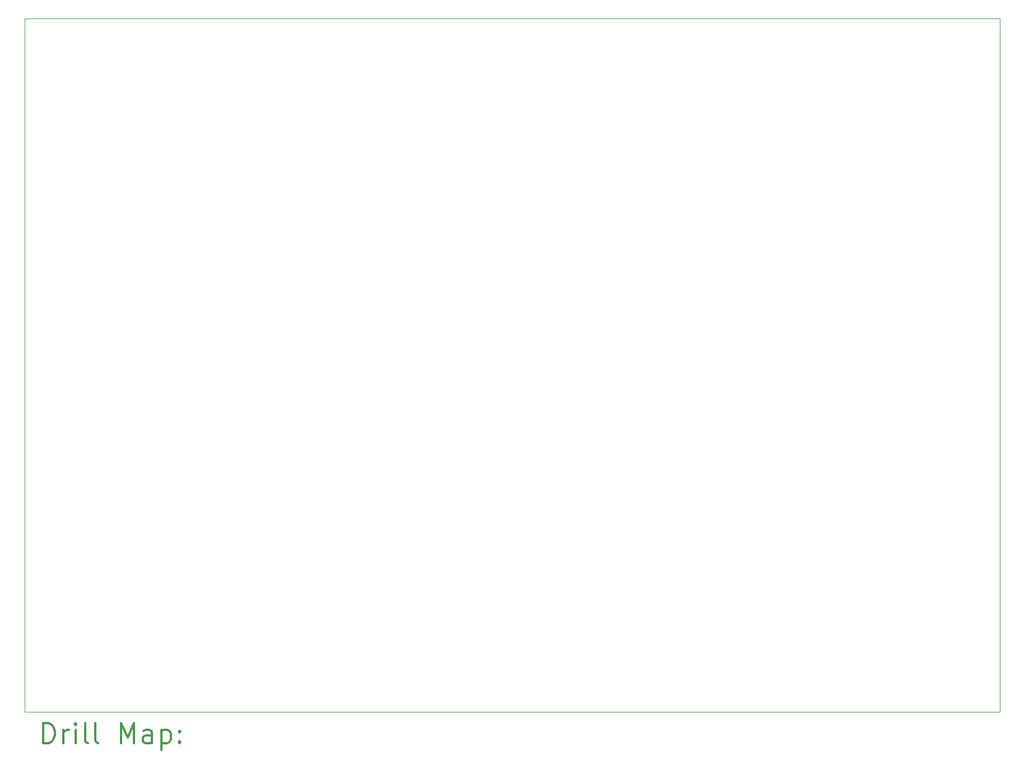
<source format=gbr>
%FSLAX45Y45*%
G04 Gerber Fmt 4.5, Leading zero omitted, Abs format (unit mm)*
G04 Created by KiCad (PCBNEW 5.1.12-84ad8e8a86~92~ubuntu18.04.1) date 2022-02-09 16:31:25*
%MOMM*%
%LPD*%
G01*
G04 APERTURE LIST*
%TA.AperFunction,Profile*%
%ADD10C,0.100000*%
%TD*%
%ADD11C,0.200000*%
%ADD12C,0.300000*%
G04 APERTURE END LIST*
D10*
X42636440Y-15346680D02*
X42636440Y-25826720D01*
X27909520Y-15346680D02*
X42636440Y-15346680D01*
X27909520Y-25826720D02*
X27909520Y-15346680D01*
X42636440Y-25826720D02*
X27909520Y-25826720D01*
D11*
D12*
X28190948Y-26297434D02*
X28190948Y-25997434D01*
X28262377Y-25997434D01*
X28305234Y-26011720D01*
X28333806Y-26040291D01*
X28348091Y-26068863D01*
X28362377Y-26126006D01*
X28362377Y-26168863D01*
X28348091Y-26226006D01*
X28333806Y-26254577D01*
X28305234Y-26283149D01*
X28262377Y-26297434D01*
X28190948Y-26297434D01*
X28490948Y-26297434D02*
X28490948Y-26097434D01*
X28490948Y-26154577D02*
X28505234Y-26126006D01*
X28519520Y-26111720D01*
X28548091Y-26097434D01*
X28576663Y-26097434D01*
X28676663Y-26297434D02*
X28676663Y-26097434D01*
X28676663Y-25997434D02*
X28662377Y-26011720D01*
X28676663Y-26026006D01*
X28690948Y-26011720D01*
X28676663Y-25997434D01*
X28676663Y-26026006D01*
X28862377Y-26297434D02*
X28833806Y-26283149D01*
X28819520Y-26254577D01*
X28819520Y-25997434D01*
X29019520Y-26297434D02*
X28990948Y-26283149D01*
X28976663Y-26254577D01*
X28976663Y-25997434D01*
X29362377Y-26297434D02*
X29362377Y-25997434D01*
X29462377Y-26211720D01*
X29562377Y-25997434D01*
X29562377Y-26297434D01*
X29833806Y-26297434D02*
X29833806Y-26140291D01*
X29819520Y-26111720D01*
X29790948Y-26097434D01*
X29733806Y-26097434D01*
X29705234Y-26111720D01*
X29833806Y-26283149D02*
X29805234Y-26297434D01*
X29733806Y-26297434D01*
X29705234Y-26283149D01*
X29690948Y-26254577D01*
X29690948Y-26226006D01*
X29705234Y-26197434D01*
X29733806Y-26183149D01*
X29805234Y-26183149D01*
X29833806Y-26168863D01*
X29976663Y-26097434D02*
X29976663Y-26397434D01*
X29976663Y-26111720D02*
X30005234Y-26097434D01*
X30062377Y-26097434D01*
X30090948Y-26111720D01*
X30105234Y-26126006D01*
X30119520Y-26154577D01*
X30119520Y-26240291D01*
X30105234Y-26268863D01*
X30090948Y-26283149D01*
X30062377Y-26297434D01*
X30005234Y-26297434D01*
X29976663Y-26283149D01*
X30248091Y-26268863D02*
X30262377Y-26283149D01*
X30248091Y-26297434D01*
X30233806Y-26283149D01*
X30248091Y-26268863D01*
X30248091Y-26297434D01*
X30248091Y-26111720D02*
X30262377Y-26126006D01*
X30248091Y-26140291D01*
X30233806Y-26126006D01*
X30248091Y-26111720D01*
X30248091Y-26140291D01*
M02*

</source>
